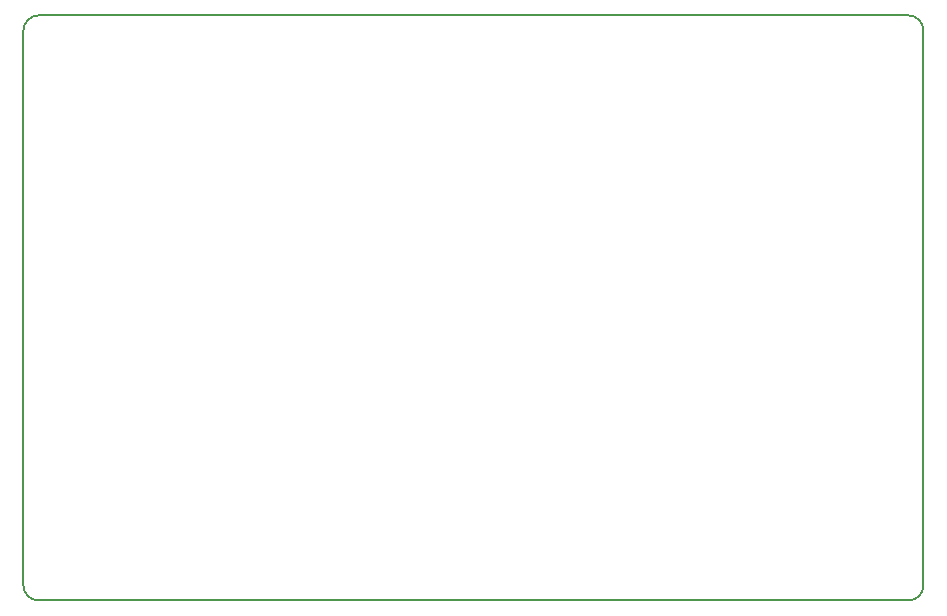
<source format=gko>
G04 #@! TF.GenerationSoftware,KiCad,Pcbnew,5.0.2-bee76a0~70~ubuntu16.04.1*
G04 #@! TF.CreationDate,2019-07-25T13:08:09+01:00*
G04 #@! TF.ProjectId,AtomRamAndNoiseKiller,41746f6d-5261-46d4-916e-644e6f697365,rev?*
G04 #@! TF.SameCoordinates,PX8e4fe28PY93c3260*
G04 #@! TF.FileFunction,Profile,NP*
%FSLAX46Y46*%
G04 Gerber Fmt 4.6, Leading zero omitted, Abs format (unit mm)*
G04 Created by KiCad (PCBNEW 5.0.2-bee76a0~70~ubuntu16.04.1) date Thu 25 Jul 2019 13:08:09 BST*
%MOMM*%
%LPD*%
G01*
G04 APERTURE LIST*
%ADD10C,0.150000*%
G04 APERTURE END LIST*
D10*
X76200000Y1270000D02*
G75*
G02X74930000Y0I-1270000J0D01*
G01*
X1270000Y0D02*
G75*
G02X0Y1270000I0J1270000D01*
G01*
X74930000Y49530000D02*
G75*
G02X76200000Y48260000I0J-1270000D01*
G01*
X0Y48260000D02*
G75*
G02X1270000Y49530000I1270000J0D01*
G01*
X74930000Y0D02*
X1270000Y0D01*
X76200000Y48260000D02*
X76200000Y1270000D01*
X1270000Y49530000D02*
X74930000Y49530000D01*
X0Y48260000D02*
X0Y1270000D01*
M02*

</source>
